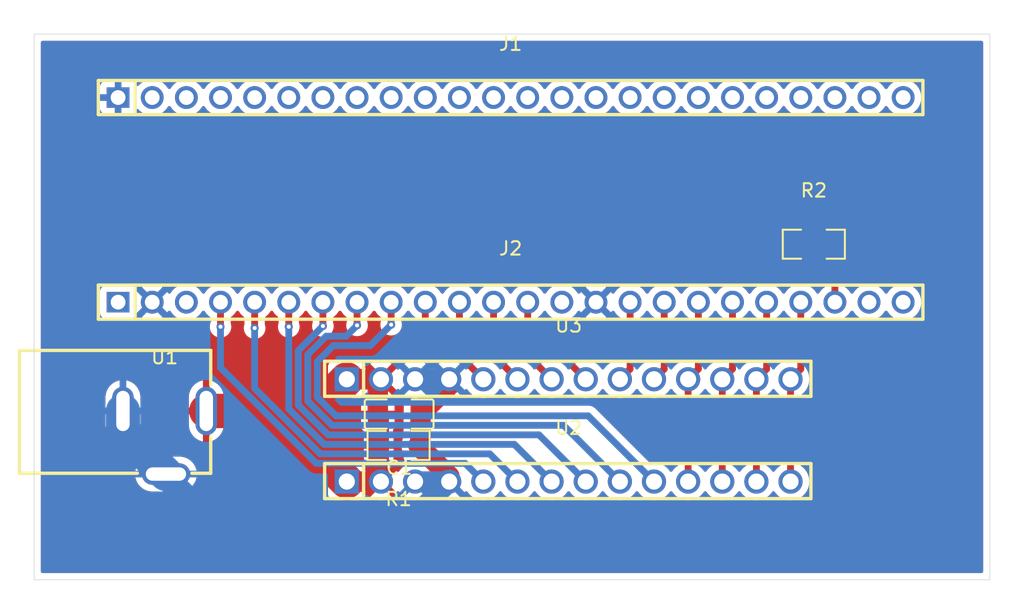
<source format=kicad_pcb>
(kicad_pcb (version 20240108) (generator "pcbnew") (generator_version "8.0")
  (layers (0 "F.Cu" signal) (31 "B.Cu" signal) (34 "B.Paste" user) (35 "F.Paste" user) (36 "B.SilkS" user "B.Silkscreen") (37 "F.SilkS" user "F.Silkscreen") (38 "B.Mask" user) (39 "F.Mask" user) (44 "Edge.Cuts" user))
  (net 0 "")
  (net 1 "+3.3V")
  (net 2 "GND")
  (net 26 "AM8")
  (net 27 "AM7")
  (net 28 "AM4")
  (net 30 "CONTROL3")
  (net 31 "CONTROL0")
  (net 32 "CONTROL2")
  (net 33 "AM3")
  (net 34 "AM5")
  (net 35 "AM10")
  (net 36 "AM6")
  (net 39 "AM9")
  (net 40 "AM2")
  (net 41 "CONTROL1")
  (net 42 "AM0")
  (net 44 "AM1")
  (net 46 "AM11")
  (net 47 "Net-(J2-35_TX8)")
  (footprint "jlcpcb:C1206" (layer "F.Cu") (at 88.1228 38.4556 180)
    (property "Reference" "C1" (at 0 -4 0) (layer "F.SilkS"))
    (property "Value" "22 uF")
    (fp_line (start 2.56 0.94) (end 2.56 -0.94) (stroke (width 0.15)) (layer "F.SilkS"))
    (fp_line (start 2.41 -1.09) (end 0.93 -1.09) (stroke (width 0.15)) (layer "F.SilkS"))
    (fp_line (start 0.93 1.09) (end 2.41 1.09) (stroke (width 0.15)) (layer "F.SilkS"))
    (fp_line (start -0.93 1.09) (end -2.41 1.09) (stroke (width 0.15)) (layer "F.SilkS"))
    (fp_line (start -2.41 -1.09) (end -0.93 -1.09) (stroke (width 0.15)) (layer "F.SilkS"))
    (fp_line (start -2.56 0.94) (end -2.56 -0.94) (stroke (width 0.15)) (layer "F.SilkS"))
    (fp_arc (start 2.56 0.94) (mid 2.516066 1.046066) (end 2.41 1.09) (stroke (width 0.15)) (layer "F.SilkS"))
    (fp_arc (start 2.41 -1.09) (mid 2.516066 -1.046066) (end 2.56 -0.94) (stroke (width 0.15)) (layer "F.SilkS"))
    (fp_arc (start -2.41 1.09) (mid -2.516066 1.046066) (end -2.56 0.94) (stroke (width 0.15)) (layer "F.SilkS"))
    (fp_arc (start -2.56 -0.94) (mid -2.516066 -1.046066) (end -2.41 -1.09) (stroke (width 0.15)) (layer "F.SilkS"))
    (pad "1" smd rect (at -1.59 0 180) (size 1.49 1.73) (layers "F.Cu" "F.Paste" "F.Mask") (net 2 "GND"))
    (pad "2" smd rect (at 1.59 0 180) (size 1.49 1.73) (layers "F.Cu" "F.Paste" "F.Mask") (net 1 "+3.3V"))
  )
  (footprint "jlcpcb:DC-IN-TH_XDJK-0051-025" (layer "F.Cu") (at 70.6701 40.5763)
    (property "Reference" "U1" (at 0 -6.35 0) (layer "F.SilkS"))
    (property "Value" "XDJK-0051-025")
    (fp_line (start -10.8 -6.86) (end -10.8 2.29) (stroke (width 0.25)) (layer "F.SilkS"))
    (fp_line (start -10.8 2.29) (end -2.03 2.29) (stroke (width 0.25)) (layer "F.SilkS"))
    (fp_line (start 2.03 2.29) (end 3.43 2.29) (stroke (width 0.25)) (layer "F.SilkS"))
    (fp_line (start 3.43 -6.86) (end -10.8 -6.86) (stroke (width 0.25)) (layer "F.SilkS"))
    (fp_line (start 3.43 -4.29) (end 3.43 -6.86) (stroke (width 0.25)) (layer "F.SilkS"))
    (fp_line (start 3.43 2.29) (end 3.43 -0.41) (stroke (width 0.25)) (layer "F.SilkS"))
    (pad "1" thru_hole oval (at 3.1 -2.35) (size 1.6 3.6) (drill oval 0.999998 2.999994) (layers "*.Cu" "*.Mask") (net 1 "+3.3V"))
    (pad "2" thru_hole oval (at -3.1 -2.35 180) (size 1.6 3.6) (drill oval 0.999998 2.999994) (layers "*.Cu" "*.Mask") (net 2 "GND"))
    (pad "3" thru_hole oval (at 0.1 2.35 180) (size 3.6 1.6) (drill oval 2.999994 0.999998) (layers "*.Cu" "*.Mask") (net 2 "GND"))
  )
  (footprint "jlcpcb:R1206" (layer "F.Cu") (at 88.0804 40.7924 180)
    (property "Reference" "R1" (at 0 -4 0) (layer "F.SilkS"))
    (property "Value" "1k")
    (fp_line (start 2.31 1.08) (end 2.31 -1.08) (stroke (width 0.15)) (layer "F.SilkS"))
    (fp_line (start 2.31 -1.08) (end 0.95 -1.08) (stroke (width 0.15)) (layer "F.SilkS"))
    (fp_line (start 0.95 1.08) (end 2.31 1.08) (stroke (width 0.15)) (layer "F.SilkS"))
    (fp_line (start -0.95 1.08) (end -2.31 1.08) (stroke (width 0.15)) (layer "F.SilkS"))
    (fp_line (start -2.31 1.08) (end -2.31 -1.08) (stroke (width 0.15)) (layer "F.SilkS"))
    (fp_line (start -2.31 -1.08) (end -0.95 -1.08) (stroke (width 0.15)) (layer "F.SilkS"))
    (pad "1" smd rect (at -1.48 0 180) (size 1.21 1.7) (layers "F.Cu" "F.Paste" "F.Mask") (net 2 "GND"))
    (pad "2" smd rect (at 1.48 0 180) (size 1.21 1.7) (layers "F.Cu" "F.Paste" "F.Mask") (net 1 "+3.3V"))
  )
  (footprint "jlcpcb:R1206" (layer "F.Cu") (at 118.9804 25.8064)
    (property "Reference" "R2" (at 0 -4 0) (layer "F.SilkS"))
    (property "Value" "1k")
    (fp_line (start -2.31 -1.08) (end -0.95 -1.08) (stroke (width 0.15)) (layer "F.SilkS"))
    (fp_line (start -2.31 1.08) (end -2.31 -1.08) (stroke (width 0.15)) (layer "F.SilkS"))
    (fp_line (start -0.95 1.08) (end -2.31 1.08) (stroke (width 0.15)) (layer "F.SilkS"))
    (fp_line (start 0.95 1.08) (end 2.31 1.08) (stroke (width 0.15)) (layer "F.SilkS"))
    (fp_line (start 2.31 -1.08) (end 0.95 -1.08) (stroke (width 0.15)) (layer "F.SilkS"))
    (fp_line (start 2.31 1.08) (end 2.31 -1.08) (stroke (width 0.15)) (layer "F.SilkS"))
    (pad "1" smd rect (at -1.48 0) (size 1.21 1.7) (layers "F.Cu" "F.Paste" "F.Mask") (net 1 "+3.3V"))
    (pad "2" smd rect (at 1.48 0) (size 1.21 1.7) (layers "F.Cu" "F.Paste" "F.Mask") (net 47 "Net-(J2-35_TX8)"))
  )
  (footprint "jlcpcb:HDR-TH_14P-P2.54-V-F" (layer "F.Cu") (at 100.7364 43.4848)
    (property "Reference" "U2" (at 0 -4 0) (layer "F.SilkS"))
    (property "Value" "BX-PM2.54-1-14PY")
    (fp_line (start -18.16 -1.34) (end -18.16 1.27) (stroke (width 0.25)) (layer "F.SilkS"))
    (fp_line (start -18.16 1.27) (end -17.78 1.27) (stroke (width 0.25)) (layer "F.SilkS"))
    (fp_line (start -17.78 -1.34) (end -18.16 -1.34) (stroke (width 0.25)) (layer "F.SilkS"))
    (fp_line (start -17.78 -1.34) (end 17.78 -1.34) (stroke (width 0.25)) (layer "F.SilkS"))
    (fp_line (start -17.78 1.27) (end 17.78 1.27) (stroke (width 0.25)) (layer "F.SilkS"))
    (fp_line (start -15.26 -1.34) (end -15.26 1.27) (stroke (width 0.25)) (layer "F.SilkS"))
    (fp_line (start 17.78 -1.34) (end 18.03 -1.34) (stroke (width 0.25)) (layer "F.SilkS"))
    (fp_line (start 18.03 -1.34) (end 18.03 1.27) (stroke (width 0.25)) (layer "F.SilkS"))
    (fp_line (start 18.03 1.27) (end 17.78 1.27) (stroke (width 0.25)) (layer "F.SilkS"))
    (pad "1" thru_hole rect (at -16.51 0) (size 1.8 1.8) (drill 1.199998) (layers "*.Cu" "*.Mask") (net 1 "+3.3V"))
    (pad "2" thru_hole circle (at -13.97 0) (size 1.8 1.8) (drill 1.199998) (layers "*.Cu" "*.Mask") (net 1 "+3.3V"))
    (pad "3" thru_hole circle (at -11.43 0) (size 1.8 1.8) (drill 1.199998) (layers "*.Cu" "*.Mask") (net 2 "GND"))
    (pad "4" thru_hole circle (at -8.89 0) (size 1.8 1.8) (drill 1.199998) (layers "*.Cu" "*.Mask") (net 2 "GND"))
    (pad "5" thru_hole circle (at -6.35 0) (size 1.8 1.8) (drill 1.199998) (layers "*.Cu" "*.Mask") (net 42 "AM0"))
    (pad "6" thru_hole circle (at -3.81 0) (size 1.8 1.8) (drill 1.199998) (layers "*.Cu" "*.Mask") (net 44 "AM1"))
    (pad "7" thru_hole circle (at -1.27 0) (size 1.8 1.8) (drill 1.199998) (layers "*.Cu" "*.Mask") (net 40 "AM2"))
    (pad "8" thru_hole circle (at 1.27 0) (size 1.8 1.8) (drill 1.199998) (layers "*.Cu" "*.Mask") (net 33 "AM3"))
    (pad "9" thru_hole circle (at 3.81 0) (size 1.8 1.8) (drill 1.199998) (layers "*.Cu" "*.Mask") (net 28 "AM4"))
    (pad "10" thru_hole circle (at 6.35 0) (size 1.8 1.8) (drill 1.199998) (layers "*.Cu" "*.Mask") (net 34 "AM5"))
    (pad "11" thru_hole circle (at 8.89 0) (size 1.8 1.8) (drill 1.199998) (layers "*.Cu" "*.Mask") (net 31 "CONTROL0"))
    (pad "12" thru_hole circle (at 11.43 0) (size 1.8 1.8) (drill 1.199998) (layers "*.Cu" "*.Mask") (net 41 "CONTROL1"))
    (pad "13" thru_hole circle (at 13.97 0) (size 1.8 1.8) (drill 1.199998) (layers "*.Cu" "*.Mask") (net 32 "CONTROL2"))
    (pad "14" thru_hole circle (at 16.51 0) (size 1.8 1.8) (drill 1.199998) (layers "*.Cu" "*.Mask") (net 30 "CONTROL3"))
  )
  (footprint "jlcpcb:HDR-TH_24P-P2.54-V-F" (layer "F.Cu") (at 96.4184 30.1244)
    (property "Reference" "J2" (at 0 -4 0) (layer "F.SilkS"))
    (property "Value" "X6511FV-24-C85D32")
    (fp_line (start -30.68 -1.27) (end -30.68 1.27) (stroke (width 0.25)) (layer "F.SilkS"))
    (fp_line (start -30.68 -1.27) (end 30.68 -1.27) (stroke (width 0.25)) (layer "F.SilkS"))
    (fp_line (start -30.68 1.27) (end 30.68 1.27) (stroke (width 0.25)) (layer "F.SilkS"))
    (fp_line (start -27.94 -1.27) (end -27.94 1.27) (stroke (width 0.25)) (layer "F.SilkS"))
    (fp_line (start 30.68 -1.27) (end 30.68 1.27) (stroke (width 0.25)) (layer "F.SilkS"))
    (pad "1" thru_hole rect (at -29.21 0) (size 1.7 1.52) (drill 1.100023) (layers "*.Cu" "*.Mask"))
    (pad "2" thru_hole circle (at -26.67 0) (size 1.7 1.7) (drill 1.100023) (layers "*.Cu" "*.Mask") (net 2 "GND"))
    (pad "3" thru_hole circle (at -24.13 0) (size 1.7 1.7) (drill 1.100023) (layers "*.Cu" "*.Mask"))
    (pad "4" thru_hole circle (at -21.59 0) (size 1.7 1.7) (drill 1.100023) (layers "*.Cu" "*.Mask") (net 42 "AM0"))
    (pad "5" thru_hole circle (at -19.05 0) (size 1.7 1.7) (drill 1.100023) (layers "*.Cu" "*.Mask") (net 44 "AM1"))
    (pad "6" thru_hole circle (at -16.51 0) (size 1.7 1.7) (drill 1.100023) (layers "*.Cu" "*.Mask") (net 40 "AM2"))
    (pad "7" thru_hole circle (at -13.97 0) (size 1.7 1.7) (drill 1.100023) (layers "*.Cu" "*.Mask") (net 33 "AM3"))
    (pad "8" thru_hole circle (at -11.43 0) (size 1.7 1.7) (drill 1.100023) (layers "*.Cu" "*.Mask") (net 28 "AM4"))
    (pad "9" thru_hole circle (at -8.89 0) (size 1.7 1.7) (drill 1.100023) (layers "*.Cu" "*.Mask") (net 34 "AM5"))
    (pad "10" thru_hole circle (at -6.35 0) (size 1.7 1.7) (drill 1.100023) (layers "*.Cu" "*.Mask") (net 36 "AM6"))
    (pad "11" thru_hole circle (at -3.81 0) (size 1.7 1.7) (drill 1.100023) (layers "*.Cu" "*.Mask") (net 27 "AM7"))
    (pad "12" thru_hole circle (at -1.27 0) (size 1.7 1.7) (drill 1.100023) (layers "*.Cu" "*.Mask") (net 26 "AM8"))
    (pad "13" thru_hole circle (at 1.27 0) (size 1.7 1.7) (drill 1.100023) (layers "*.Cu" "*.Mask") (net 39 "AM9"))
    (pad "14" thru_hole circle (at 3.81 0) (size 1.7 1.7) (drill 1.100023) (layers "*.Cu" "*.Mask"))
    (pad "15" thru_hole circle (at 6.35 0) (size 1.7 1.7) (drill 1.100023) (layers "*.Cu" "*.Mask") (net 2 "GND"))
    (pad "16" thru_hole circle (at 8.89 0) (size 1.7 1.7) (drill 1.100023) (layers "*.Cu" "*.Mask") (net 35 "AM10"))
    (pad "17" thru_hole circle (at 11.43 0) (size 1.7 1.7) (drill 1.100023) (layers "*.Cu" "*.Mask") (net 46 "AM11"))
    (pad "18" thru_hole circle (at 13.97 0) (size 1.7 1.7) (drill 1.100023) (layers "*.Cu" "*.Mask") (net 31 "CONTROL0"))
    (pad "19" thru_hole circle (at 16.51 0) (size 1.7 1.7) (drill 1.100023) (layers "*.Cu" "*.Mask") (net 41 "CONTROL1"))
    (pad "20" thru_hole circle (at 19.05 0) (size 1.7 1.7) (drill 1.100023) (layers "*.Cu" "*.Mask") (net 32 "CONTROL2"))
    (pad "21" thru_hole circle (at 21.59 0) (size 1.7 1.7) (drill 1.100023) (layers "*.Cu" "*.Mask") (net 30 "CONTROL3"))
    (pad "22" thru_hole circle (at 24.13 0) (size 1.7 1.7) (drill 1.100023) (layers "*.Cu" "*.Mask") (net 47 "Net-(J2-35_TX8)"))
    (pad "23" thru_hole circle (at 26.67 0) (size 1.7 1.7) (drill 1.100023) (layers "*.Cu" "*.Mask"))
    (pad "24" thru_hole circle (at 29.21 0) (size 1.7 1.7) (drill 1.100023) (layers "*.Cu" "*.Mask"))
  )
  (footprint "jlcpcb:HDR-TH_24P-P2.54-V-F" (layer "F.Cu") (at 96.4184 14.8844)
    (property "Reference" "J1" (at 0 -4 0) (layer "F.SilkS"))
    (property "Value" "X6511FV-24-C85D32")
    (fp_line (start -30.68 -1.27) (end -30.68 1.27) (stroke (width 0.25)) (layer "F.SilkS"))
    (fp_line (start -30.68 -1.27) (end 30.68 -1.27) (stroke (width 0.25)) (layer "F.SilkS"))
    (fp_line (start -30.68 1.27) (end 30.68 1.27) (stroke (width 0.25)) (layer "F.SilkS"))
    (fp_line (start -27.94 -1.27) (end -27.94 1.27) (stroke (width 0.25)) (layer "F.SilkS"))
    (fp_line (start 30.68 -1.27) (end 30.68 1.27) (stroke (width 0.25)) (layer "F.SilkS"))
    (pad "1" thru_hole rect (at -29.21 0) (size 1.7 1.52) (drill 1.100023) (layers "*.Cu" "*.Mask") (net 2 "GND"))
    (pad "2" thru_hole circle (at -26.67 0) (size 1.7 1.7) (drill 1.100023) (layers "*.Cu" "*.Mask"))
    (pad "3" thru_hole circle (at -24.13 0) (size 1.7 1.7) (drill 1.100023) (layers "*.Cu" "*.Mask"))
    (pad "4" thru_hole circle (at -21.59 0) (size 1.7 1.7) (drill 1.100023) (layers "*.Cu" "*.Mask"))
    (pad "5" thru_hole circle (at -19.05 0) (size 1.7 1.7) (drill 1.100023) (layers "*.Cu" "*.Mask"))
    (pad "6" thru_hole circle (at -16.51 0) (size 1.7 1.7) (drill 1.100023) (layers "*.Cu" "*.Mask"))
    (pad "7" thru_hole circle (at -13.97 0) (size 1.7 1.7) (drill 1.100023) (layers "*.Cu" "*.Mask"))
    (pad "8" thru_hole circle (at -11.43 0) (size 1.7 1.7) (drill 1.100023) (layers "*.Cu" "*.Mask"))
    (pad "9" thru_hole circle (at -8.89 0) (size 1.7 1.7) (drill 1.100023) (layers "*.Cu" "*.Mask"))
    (pad "10" thru_hole circle (at -6.35 0) (size 1.7 1.7) (drill 1.100023) (layers "*.Cu" "*.Mask"))
    (pad "11" thru_hole circle (at -3.81 0) (size 1.7 1.7) (drill 1.100023) (layers "*.Cu" "*.Mask"))
    (pad "12" thru_hole circle (at -1.27 0) (size 1.7 1.7) (drill 1.100023) (layers "*.Cu" "*.Mask"))
    (pad "13" thru_hole circle (at 1.27 0) (size 1.7 1.7) (drill 1.100023) (layers "*.Cu" "*.Mask"))
    (pad "14" thru_hole circle (at 3.81 0) (size 1.7 1.7) (drill 1.100023) (layers "*.Cu" "*.Mask"))
    (pad "15" thru_hole circle (at 6.35 0) (size 1.7 1.7) (drill 1.100023) (layers "*.Cu" "*.Mask"))
    (pad "16" thru_hole circle (at 8.89 0) (size 1.7 1.7) (drill 1.100023) (layers "*.Cu" "*.Mask"))
    (pad "17" thru_hole circle (at 11.43 0) (size 1.7 1.7) (drill 1.100023) (layers "*.Cu" "*.Mask"))
    (pad "18" thru_hole circle (at 13.97 0) (size 1.7 1.7) (drill 1.100023) (layers "*.Cu" "*.Mask"))
    (pad "19" thru_hole circle (at 16.51 0) (size 1.7 1.7) (drill 1.100023) (layers "*.Cu" "*.Mask"))
    (pad "20" thru_hole circle (at 19.05 0) (size 1.7 1.7) (drill 1.100023) (layers "*.Cu" "*.Mask"))
    (pad "21" thru_hole circle (at 21.59 0) (size 1.7 1.7) (drill 1.100023) (layers "*.Cu" "*.Mask"))
    (pad "22" thru_hole circle (at 24.13 0) (size 1.7 1.7) (drill 1.100023) (layers "*.Cu" "*.Mask"))
    (pad "23" thru_hole circle (at 26.67 0) (size 1.7 1.7) (drill 1.100023) (layers "*.Cu" "*.Mask"))
    (pad "24" thru_hole circle (at 29.21 0) (size 1.7 1.7) (drill 1.100023) (layers "*.Cu" "*.Mask"))
  )
  (footprint "jlcpcb:HDR-TH_14P-P2.54-V-F" (layer "F.Cu") (at 100.7364 35.8648)
    (property "Reference" "U3" (at 0 -4 0) (layer "F.SilkS"))
    (property "Value" "BX-PM2.54-1-14PY")
    (fp_line (start -18.16 -1.34) (end -18.16 1.27) (stroke (width 0.25)) (layer "F.SilkS"))
    (fp_line (start -18.16 1.27) (end -17.78 1.27) (stroke (width 0.25)) (layer "F.SilkS"))
    (fp_line (start -17.78 -1.34) (end -18.16 -1.34) (stroke (width 0.25)) (layer "F.SilkS"))
    (fp_line (start -17.78 -1.34) (end 17.78 -1.34) (stroke (width 0.25)) (layer "F.SilkS"))
    (fp_line (start -17.78 1.27) (end 17.78 1.27) (stroke (width 0.25)) (layer "F.SilkS"))
    (fp_line (start -15.26 -1.34) (end -15.26 1.27) (stroke (width 0.25)) (layer "F.SilkS"))
    (fp_line (start 17.78 -1.34) (end 18.03 -1.34) (stroke (width 0.25)) (layer "F.SilkS"))
    (fp_line (start 18.03 -1.34) (end 18.03 1.27) (stroke (width 0.25)) (layer "F.SilkS"))
    (fp_line (start 18.03 1.27) (end 17.78 1.27) (stroke (width 0.25)) (layer "F.SilkS"))
    (pad "1" thru_hole rect (at -16.51 0) (size 1.8 1.8) (drill 1.199998) (layers "*.Cu" "*.Mask") (net 1 "+3.3V"))
    (pad "2" thru_hole circle (at -13.97 0) (size 1.8 1.8) (drill 1.199998) (layers "*.Cu" "*.Mask") (net 1 "+3.3V"))
    (pad "3" thru_hole circle (at -11.43 0) (size 1.8 1.8) (drill 1.199998) (layers "*.Cu" "*.Mask") (net 2 "GND"))
    (pad "4" thru_hole circle (at -8.89 0) (size 1.8 1.8) (drill 1.199998) (layers "*.Cu" "*.Mask") (net 2 "GND"))
    (pad "5" thru_hole circle (at -6.35 0) (size 1.8 1.8) (drill 1.199998) (layers "*.Cu" "*.Mask") (net 36 "AM6"))
    (pad "6" thru_hole circle (at -3.81 0) (size 1.8 1.8) (drill 1.199998) (layers "*.Cu" "*.Mask") (net 27 "AM7"))
    (pad "7" thru_hole circle (at -1.27 0) (size 1.8 1.8) (drill 1.199998) (layers "*.Cu" "*.Mask") (net 26 "AM8"))
    (pad "8" thru_hole circle (at 1.27 0) (size 1.8 1.8) (drill 1.199998) (layers "*.Cu" "*.Mask") (net 39 "AM9"))
    (pad "9" thru_hole circle (at 3.81 0) (size 1.8 1.8) (drill 1.199998) (layers "*.Cu" "*.Mask") (net 35 "AM10"))
    (pad "10" thru_hole circle (at 6.35 0) (size 1.8 1.8) (drill 1.199998) (layers "*.Cu" "*.Mask") (net 46 "AM11"))
    (pad "11" thru_hole circle (at 8.89 0) (size 1.8 1.8) (drill 1.199998) (layers "*.Cu" "*.Mask") (net 31 "CONTROL0"))
    (pad "12" thru_hole circle (at 11.43 0) (size 1.8 1.8) (drill 1.199998) (layers "*.Cu" "*.Mask") (net 41 "CONTROL1"))
    (pad "13" thru_hole circle (at 13.97 0) (size 1.8 1.8) (drill 1.199998) (layers "*.Cu" "*.Mask") (net 32 "CONTROL2"))
    (pad "14" thru_hole circle (at 16.51 0) (size 1.8 1.8) (drill 1.199998) (layers "*.Cu" "*.Mask") (net 30 "CONTROL3"))
  )
  (gr_rect (start 60.96 10.16) (end 132.08 50.8) (stroke (width 0.05)) (fill none) (layer "Edge.Cuts"))
  (segment (start 73.7701 38.2263) (end 81.8649 38.2263) (width 2.54) (layer "F.Cu") (net 1))
  (segment (start 86.7664 35.8648) (end 84.2264 35.8648) (width 1.524) (layer "F.Cu") (net 1))
  (segment (start 86.6004 40.7924) (end 86.6004 38.5232) (width 1.524) (layer "F.Cu") (net 1))
  (segment (start 81.8649 38.2263) (end 84.2264 35.8648) (width 2.54) (layer "F.Cu") (net 1))
  (segment (start 86.5328 38.4556) (end 86.5328 36.0984) (width 1.524) (layer "F.Cu") (net 1))
  (segment (start 86.7664 43.4848) (end 84.2264 43.4848) (width 1.524) (layer "F.Cu") (net 1))
  (segment (start 86.6004 43.3188) (end 86.7664 43.4848) (width 1.524) (layer "F.Cu") (net 1))
  (segment (start 86.5328 36.0984) (end 86.7664 35.8648) (width 1.524) (layer "F.Cu") (net 1))
  (segment (start 73.7701 38.2263) (end 78.9679 38.2263) (width 2.54) (layer "F.Cu") (net 1))
  (segment (start 78.9679 38.2263) (end 84.2264 43.4848) (width 2.54) (layer "F.Cu") (net 1))
  (segment (start 86.6004 38.5232) (end 86.5328 38.4556) (width 1.524) (layer "F.Cu") (net 1))
  (segment (start 86.6004 40.7924) (end 86.6004 43.3188) (width 1.524) (layer "F.Cu") (net 1))
  (segment (start 91.8464 43.0784) (end 89.5604 40.7924) (width 1.524) (layer "F.Cu") (net 2))
  (segment (start 89.7128 38.4556) (end 89.7128 40.64) (width 1.524) (layer "F.Cu") (net 2))
  (segment (start 89.7128 40.64) (end 89.5604 40.7924) (width 1.524) (layer "F.Cu") (net 2))
  (segment (start 91.8464 43.4848) (end 91.8464 43.0784) (width 1.524) (layer "F.Cu") (net 2))
  (segment (start 91.8464 36.322) (end 89.7128 38.4556) (width 1.524) (layer "F.Cu") (net 2))
  (segment (start 91.8464 35.8648) (end 91.8464 36.322) (width 1.524) (layer "F.Cu") (net 2))
  (segment (start 91.8464 43.4848) (end 89.3064 43.4848) (width 1.524) (layer "B.Cu") (net 2))
  (segment (start 89.0524 46.2788) (end 73.8632 46.2788) (width 1.524) (layer "B.Cu") (net 2))
  (segment (start 73.8632 46.2788) (end 73.1906 45.6062) (width 1.524) (layer "B.Cu") (net 2))
  (segment (start 91.8464 35.8648) (end 89.3064 35.8648) (width 1.524) (layer "B.Cu") (net 2))
  (segment (start 91.8464 43.4848) (end 89.0524 46.2788) (width 1.524) (layer "B.Cu") (net 2))
  (segment (start 67.5701 39.7263) (end 70.7701 42.9263) (width 2.54) (layer "B.Cu") (net 2))
  (segment (start 67.5701 38.2263) (end 67.5701 39.7263) (width 2.54) (layer "B.Cu") (net 2))
  (segment (start 73.1906 45.6062) (end 73.1906 45.3468) (width 1.524) (layer "B.Cu") (net 2))
  (segment (start 73.1906 45.3468) (end 70.7701 42.9263) (width 1.524) (layer "B.Cu") (net 2))
  (segment (start 95.1484 31.5468) (end 99.4664 35.8648) (width 0.508) (layer "F.Cu") (net 26))
  (segment (start 95.1484 30.1244) (end 95.1484 31.5468) (width 0.508) (layer "F.Cu") (net 26))
  (segment (start 92.6084 30.1244) (end 92.6084 31.5468) (width 0.508) (layer "F.Cu") (net 27))
  (segment (start 92.6084 31.5468) (end 96.9264 35.8648) (width 0.508) (layer "F.Cu") (net 27))
  (segment (start 84.9884 30.1244) (end 84.9884 31.8516) (width 0.508) (layer "F.Cu") (net 28))
  (via (at 84.9884 31.8516) (size 0.6) (drill 0.3) (layers "F.Cu" "B.Cu") (net 28))
  (segment (start 81.3244 37.492144) (end 83.131056 39.2988) (width 0.508) (layer "B.Cu") (net 28))
  (segment (start 100.3604 39.2988) (end 104.5464 43.4848) (width 0.508) (layer "B.Cu") (net 28))
  (segment (start 82.695664 32.6564) (end 81.3244 34.027664) (width 0.508) (layer "B.Cu") (net 28))
  (segment (start 84.1836 32.6564) (end 82.695664 32.6564) (width 0.508) (layer "B.Cu") (net 28))
  (segment (start 81.3244 34.027664) (end 81.3244 37.492144) (width 0.508) (layer "B.Cu") (net 28))
  (segment (start 83.131056 39.2988) (end 100.3604 39.2988) (width 0.508) (layer "B.Cu") (net 28))
  (segment (start 84.9884 31.8516) (end 84.1836 32.6564) (width 0.508) (layer "B.Cu") (net 28))
  (segment (start 118.0084 30.1244) (end 118.0084 35.1028) (width 0.508) (layer "F.Cu") (net 30))
  (segment (start 118.0084 35.1028) (end 117.2464 35.8648) (width 0.508) (layer "F.Cu") (net 30))
  (segment (start 117.2464 35.8648) (end 117.2464 43.4848) (width 0.508) (layer "F.Cu") (net 30))
  (segment (start 110.3884 30.1244) (end 110.3884 35.1028) (width 0.508) (layer "F.Cu") (net 31))
  (segment (start 110.3884 35.1028) (end 109.6264 35.8648) (width 0.508) (layer "F.Cu") (net 31))
  (segment (start 109.6264 35.8648) (end 109.6264 43.4848) (width 0.508) (layer "F.Cu") (net 31))
  (segment (start 115.4684 35.1028) (end 114.7064 35.8648) (width 0.508) (layer "F.Cu") (net 32))
  (segment (start 115.4684 30.1244) (end 115.4684 35.1028) (width 0.508) (layer "F.Cu") (net 32))
  (segment (start 114.7064 35.8648) (end 114.7064 43.4848) (width 0.508) (layer "F.Cu") (net 32))
  (segment (start 82.4484 30.1244) (end 82.4484 31.9024) (width 0.508) (layer "F.Cu") (net 33))
  (via (at 82.4484 31.9024) (size 0.6) (drill 0.3) (layers "F.Cu" "B.Cu") (net 33))
  (segment (start 80.6164 37.785408) (end 82.837792 40.0068) (width 0.508) (layer "B.Cu") (net 33))
  (segment (start 82.837792 40.0068) (end 98.5284 40.0068) (width 0.508) (layer "B.Cu") (net 33))
  (segment (start 82.4484 31.9024) (end 80.6164 33.7344) (width 0.508) (layer "B.Cu") (net 33))
  (segment (start 80.6164 33.7344) (end 80.6164 37.785408) (width 0.508) (layer "B.Cu") (net 33))
  (segment (start 98.5284 40.0068) (end 102.0064 43.4848) (width 0.508) (layer "B.Cu") (net 33))
  (segment (start 87.5284 30.1244) (end 87.5284 31.8008) (width 0.508) (layer "F.Cu") (net 34))
  (via (at 87.5284 31.8008) (size 0.6) (drill 0.3) (layers "F.Cu" "B.Cu") (net 34))
  (segment (start 82.0324 37.19888) (end 83.42432 38.5908) (width 0.508) (layer "B.Cu") (net 34))
  (segment (start 87.5284 31.8008) (end 85.9648 33.3644) (width 0.508) (layer "B.Cu") (net 34))
  (segment (start 82.0324 34.54584) (end 82.0324 37.19888) (width 0.508) (layer "B.Cu") (net 34))
  (segment (start 85.9648 33.3644) (end 83.21384 33.3644) (width 0.508) (layer "B.Cu") (net 34))
  (segment (start 83.21384 33.3644) (end 82.0324 34.54584) (width 0.508) (layer "B.Cu") (net 34))
  (segment (start 83.42432 38.5908) (end 102.1924 38.5908) (width 0.508) (layer "B.Cu") (net 34))
  (segment (start 102.1924 38.5908) (end 107.0864 43.4848) (width 0.508) (layer "B.Cu") (net 34))
  (segment (start 105.3084 35.1028) (end 104.5464 35.8648) (width 0.508) (layer "F.Cu") (net 35))
  (segment (start 105.3084 30.1244) (end 105.3084 35.1028) (width 0.508) (layer "F.Cu") (net 35))
  (segment (start 90.0684 31.5468) (end 94.3864 35.8648) (width 0.508) (layer "F.Cu") (net 36))
  (segment (start 90.0684 30.1244) (end 90.0684 31.5468) (width 0.508) (layer "F.Cu") (net 36))
  (segment (start 97.6884 31.5468) (end 102.0064 35.8648) (width 0.508) (layer "F.Cu") (net 39))
  (segment (start 97.6884 30.1244) (end 97.6884 31.5468) (width 0.508) (layer "F.Cu") (net 39))
  (segment (start 79.9084 30.1244) (end 79.9084 31.9532) (width 0.508) (layer "F.Cu") (net 40))
  (via (at 79.9084 31.9532) (size 0.6) (drill 0.3) (layers "F.Cu" "B.Cu") (net 40))
  (segment (start 79.9084 38.078672) (end 82.544528 40.7148) (width 0.508) (layer "B.Cu") (net 40))
  (segment (start 82.544528 40.7148) (end 96.6964 40.7148) (width 0.508) (layer "B.Cu") (net 40))
  (segment (start 79.9084 31.9532) (end 79.9084 38.078672) (width 0.508) (layer "B.Cu") (net 40))
  (segment (start 96.6964 40.7148) (end 99.4664 43.4848) (width 0.508) (layer "B.Cu") (net 40))
  (segment (start 112.1664 35.8648) (end 112.1664 43.4848) (width 0.508) (layer "F.Cu") (net 41))
  (segment (start 112.9284 30.1244) (end 112.9284 35.1028) (width 0.508) (layer "F.Cu") (net 41))
  (segment (start 112.9284 35.1028) (end 112.1664 35.8648) (width 0.508) (layer "F.Cu") (net 41))
  (segment (start 74.8284 30.1244) (end 74.8284 31.9532) (width 0.508) (layer "F.Cu") (net 42))
  (via (at 74.8284 31.9532) (size 0.6) (drill 0.3) (layers "F.Cu" "B.Cu") (net 42))
  (segment (start 74.8284 35.0012) (end 81.958 42.1308) (width 0.508) (layer "B.Cu") (net 42))
  (segment (start 74.8284 31.9532) (end 74.8284 35.0012) (width 0.508) (layer "B.Cu") (net 42))
  (segment (start 93.0324 42.1308) (end 94.3864 43.4848) (width 0.508) (layer "B.Cu") (net 42))
  (segment (start 81.958 42.1308) (end 93.0324 42.1308) (width 0.508) (layer "B.Cu") (net 42))
  (segment (start 77.3684 30.1244) (end 77.3684 32.0548) (width 0.508) (layer "F.Cu") (net 44))
  (via (at 77.3684 32.0548) (size 0.6) (drill 0.3) (layers "F.Cu" "B.Cu") (net 44))
  (segment (start 77.3684 36.539936) (end 82.251264 41.4228) (width 0.508) (layer "B.Cu") (net 44))
  (segment (start 94.8644 41.4228) (end 96.9264 43.4848) (width 0.508) (layer "B.Cu") (net 44))
  (segment (start 77.3684 32.0548) (end 77.3684 36.539936) (width 0.508) (layer "B.Cu") (net 44))
  (segment (start 82.251264 41.4228) (end 94.8644 41.4228) (width 0.508) (layer "B.Cu") (net 44))
  (segment (start 107.8484 30.1244) (end 107.8484 35.1028) (width 0.508) (layer "F.Cu") (net 46))
  (segment (start 107.8484 35.1028) (end 107.0864 35.8648) (width 0.508) (layer "F.Cu") (net 46))
  (segment (start 120.5484 30.1244) (end 120.5484 25.8944) (width 0.508) (layer "F.Cu") (net 47))
  (segment (start 120.5484 25.8944) (end 120.4604 25.8064) (width 0.508) (layer "F.Cu") (net 47))
  (zone (net 1) (net_name "+3.3V") (layer "F.Cu") (connect_pads (clearance 0.5)) (min_thickness 0.25) (fill yes (thermal_gap 0.5) (thermal_bridge_width 0.5))
    (polygon (pts (xy 58.42 7.62) (xy 134.62 7.62) (xy 134.62 53.34) (xy 58.42 53.34)))
  )
  (zone (net 2) (net_name "GND") (layer "B.Cu") (priority 1) (connect_pads (clearance 0.5)) (min_thickness 0.25) (fill yes (thermal_gap 0.5) (thermal_bridge_width 0.5))
    (polygon (pts (xy 58.42 7.62) (xy 134.62 7.62) (xy 134.62 53.34) (xy 58.42 53.34)))
  )
)
</source>
